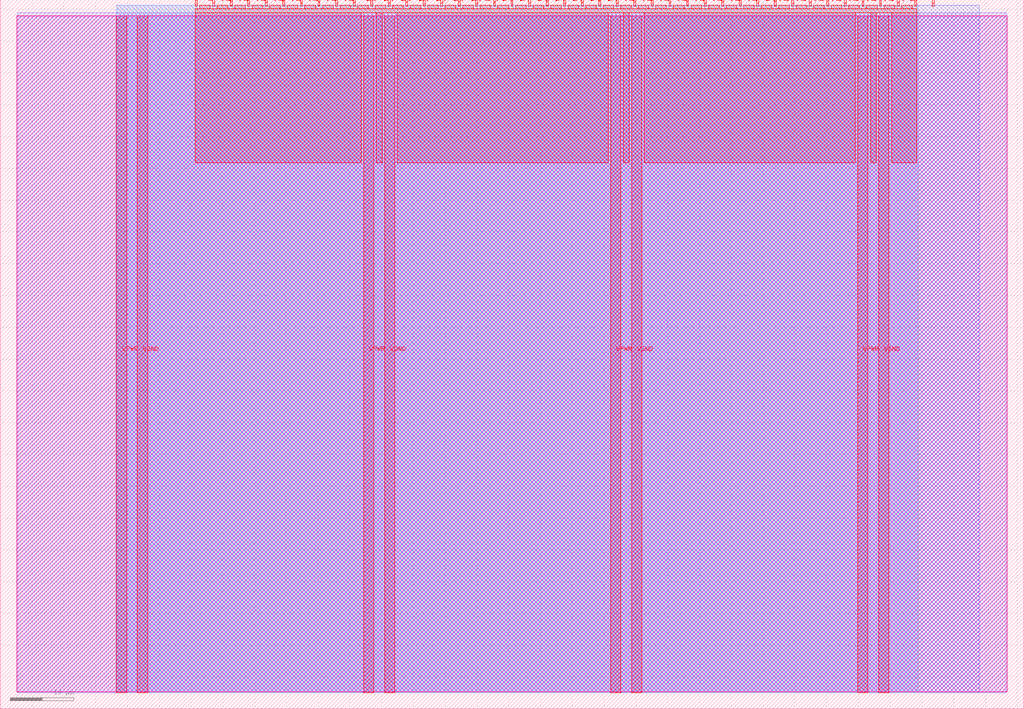
<source format=lef>
VERSION 5.7 ;
  NOWIREEXTENSIONATPIN ON ;
  DIVIDERCHAR "/" ;
  BUSBITCHARS "[]" ;
MACRO tt_um_wokwi_447051835034957825
  CLASS BLOCK ;
  FOREIGN tt_um_wokwi_447051835034957825 ;
  ORIGIN 0.000 0.000 ;
  SIZE 161.000 BY 111.520 ;
  PIN VGND
    DIRECTION INOUT ;
    USE GROUND ;
    PORT
      LAYER met4 ;
        RECT 21.580 2.480 23.180 109.040 ;
    END
    PORT
      LAYER met4 ;
        RECT 60.450 2.480 62.050 109.040 ;
    END
    PORT
      LAYER met4 ;
        RECT 99.320 2.480 100.920 109.040 ;
    END
    PORT
      LAYER met4 ;
        RECT 138.190 2.480 139.790 109.040 ;
    END
  END VGND
  PIN VPWR
    DIRECTION INOUT ;
    USE POWER ;
    PORT
      LAYER met4 ;
        RECT 18.280 2.480 19.880 109.040 ;
    END
    PORT
      LAYER met4 ;
        RECT 57.150 2.480 58.750 109.040 ;
    END
    PORT
      LAYER met4 ;
        RECT 96.020 2.480 97.620 109.040 ;
    END
    PORT
      LAYER met4 ;
        RECT 134.890 2.480 136.490 109.040 ;
    END
  END VPWR
  PIN clk
    DIRECTION INPUT ;
    USE SIGNAL ;
    ANTENNAGATEAREA 0.852000 ;
    PORT
      LAYER met4 ;
        RECT 143.830 110.520 144.130 111.520 ;
    END
  END clk
  PIN ena
    DIRECTION INPUT ;
    USE SIGNAL ;
    PORT
      LAYER met4 ;
        RECT 146.590 110.520 146.890 111.520 ;
    END
  END ena
  PIN rst_n
    DIRECTION INPUT ;
    USE SIGNAL ;
    ANTENNAGATEAREA 0.196500 ;
    PORT
      LAYER met4 ;
        RECT 141.070 110.520 141.370 111.520 ;
    END
  END rst_n
  PIN ui_in[0]
    DIRECTION INPUT ;
    USE SIGNAL ;
    ANTENNAGATEAREA 0.196500 ;
    PORT
      LAYER met4 ;
        RECT 138.310 110.520 138.610 111.520 ;
    END
  END ui_in[0]
  PIN ui_in[1]
    DIRECTION INPUT ;
    USE SIGNAL ;
    ANTENNAGATEAREA 0.196500 ;
    PORT
      LAYER met4 ;
        RECT 135.550 110.520 135.850 111.520 ;
    END
  END ui_in[1]
  PIN ui_in[2]
    DIRECTION INPUT ;
    USE SIGNAL ;
    ANTENNAGATEAREA 0.196500 ;
    PORT
      LAYER met4 ;
        RECT 132.790 110.520 133.090 111.520 ;
    END
  END ui_in[2]
  PIN ui_in[3]
    DIRECTION INPUT ;
    USE SIGNAL ;
    ANTENNAGATEAREA 0.196500 ;
    PORT
      LAYER met4 ;
        RECT 130.030 110.520 130.330 111.520 ;
    END
  END ui_in[3]
  PIN ui_in[4]
    DIRECTION INPUT ;
    USE SIGNAL ;
    ANTENNAGATEAREA 0.196500 ;
    PORT
      LAYER met4 ;
        RECT 127.270 110.520 127.570 111.520 ;
    END
  END ui_in[4]
  PIN ui_in[5]
    DIRECTION INPUT ;
    USE SIGNAL ;
    ANTENNAGATEAREA 0.196500 ;
    PORT
      LAYER met4 ;
        RECT 124.510 110.520 124.810 111.520 ;
    END
  END ui_in[5]
  PIN ui_in[6]
    DIRECTION INPUT ;
    USE SIGNAL ;
    ANTENNAGATEAREA 0.196500 ;
    PORT
      LAYER met4 ;
        RECT 121.750 110.520 122.050 111.520 ;
    END
  END ui_in[6]
  PIN ui_in[7]
    DIRECTION INPUT ;
    USE SIGNAL ;
    ANTENNAGATEAREA 0.196500 ;
    PORT
      LAYER met4 ;
        RECT 118.990 110.520 119.290 111.520 ;
    END
  END ui_in[7]
  PIN uio_in[0]
    DIRECTION INPUT ;
    USE SIGNAL ;
    PORT
      LAYER met4 ;
        RECT 116.230 110.520 116.530 111.520 ;
    END
  END uio_in[0]
  PIN uio_in[1]
    DIRECTION INPUT ;
    USE SIGNAL ;
    PORT
      LAYER met4 ;
        RECT 113.470 110.520 113.770 111.520 ;
    END
  END uio_in[1]
  PIN uio_in[2]
    DIRECTION INPUT ;
    USE SIGNAL ;
    PORT
      LAYER met4 ;
        RECT 110.710 110.520 111.010 111.520 ;
    END
  END uio_in[2]
  PIN uio_in[3]
    DIRECTION INPUT ;
    USE SIGNAL ;
    ANTENNAGATEAREA 0.196500 ;
    PORT
      LAYER met4 ;
        RECT 107.950 110.520 108.250 111.520 ;
    END
  END uio_in[3]
  PIN uio_in[4]
    DIRECTION INPUT ;
    USE SIGNAL ;
    ANTENNAGATEAREA 0.318000 ;
    PORT
      LAYER met4 ;
        RECT 105.190 110.520 105.490 111.520 ;
    END
  END uio_in[4]
  PIN uio_in[5]
    DIRECTION INPUT ;
    USE SIGNAL ;
    ANTENNAGATEAREA 0.318000 ;
    PORT
      LAYER met4 ;
        RECT 102.430 110.520 102.730 111.520 ;
    END
  END uio_in[5]
  PIN uio_in[6]
    DIRECTION INPUT ;
    USE SIGNAL ;
    ANTENNAGATEAREA 0.318000 ;
    PORT
      LAYER met4 ;
        RECT 99.670 110.520 99.970 111.520 ;
    END
  END uio_in[6]
  PIN uio_in[7]
    DIRECTION INPUT ;
    USE SIGNAL ;
    ANTENNAGATEAREA 0.318000 ;
    PORT
      LAYER met4 ;
        RECT 96.910 110.520 97.210 111.520 ;
    END
  END uio_in[7]
  PIN uio_oe[0]
    DIRECTION OUTPUT ;
    USE SIGNAL ;
    PORT
      LAYER met4 ;
        RECT 49.990 110.520 50.290 111.520 ;
    END
  END uio_oe[0]
  PIN uio_oe[1]
    DIRECTION OUTPUT ;
    USE SIGNAL ;
    PORT
      LAYER met4 ;
        RECT 47.230 110.520 47.530 111.520 ;
    END
  END uio_oe[1]
  PIN uio_oe[2]
    DIRECTION OUTPUT ;
    USE SIGNAL ;
    PORT
      LAYER met4 ;
        RECT 44.470 110.520 44.770 111.520 ;
    END
  END uio_oe[2]
  PIN uio_oe[3]
    DIRECTION OUTPUT ;
    USE SIGNAL ;
    PORT
      LAYER met4 ;
        RECT 41.710 110.520 42.010 111.520 ;
    END
  END uio_oe[3]
  PIN uio_oe[4]
    DIRECTION OUTPUT ;
    USE SIGNAL ;
    ANTENNADIFFAREA 0.445500 ;
    PORT
      LAYER met4 ;
        RECT 38.950 110.520 39.250 111.520 ;
    END
  END uio_oe[4]
  PIN uio_oe[5]
    DIRECTION OUTPUT ;
    USE SIGNAL ;
    ANTENNADIFFAREA 0.445500 ;
    PORT
      LAYER met4 ;
        RECT 36.190 110.520 36.490 111.520 ;
    END
  END uio_oe[5]
  PIN uio_oe[6]
    DIRECTION OUTPUT ;
    USE SIGNAL ;
    ANTENNADIFFAREA 0.445500 ;
    PORT
      LAYER met4 ;
        RECT 33.430 110.520 33.730 111.520 ;
    END
  END uio_oe[6]
  PIN uio_oe[7]
    DIRECTION OUTPUT ;
    USE SIGNAL ;
    ANTENNADIFFAREA 0.445500 ;
    PORT
      LAYER met4 ;
        RECT 30.670 110.520 30.970 111.520 ;
    END
  END uio_oe[7]
  PIN uio_out[0]
    DIRECTION OUTPUT ;
    USE SIGNAL ;
    ANTENNADIFFAREA 0.445500 ;
    PORT
      LAYER met4 ;
        RECT 72.070 110.520 72.370 111.520 ;
    END
  END uio_out[0]
  PIN uio_out[1]
    DIRECTION OUTPUT ;
    USE SIGNAL ;
    ANTENNADIFFAREA 0.445500 ;
    PORT
      LAYER met4 ;
        RECT 69.310 110.520 69.610 111.520 ;
    END
  END uio_out[1]
  PIN uio_out[2]
    DIRECTION OUTPUT ;
    USE SIGNAL ;
    ANTENNADIFFAREA 0.445500 ;
    PORT
      LAYER met4 ;
        RECT 66.550 110.520 66.850 111.520 ;
    END
  END uio_out[2]
  PIN uio_out[3]
    DIRECTION OUTPUT ;
    USE SIGNAL ;
    PORT
      LAYER met4 ;
        RECT 63.790 110.520 64.090 111.520 ;
    END
  END uio_out[3]
  PIN uio_out[4]
    DIRECTION OUTPUT ;
    USE SIGNAL ;
    ANTENNADIFFAREA 0.445500 ;
    PORT
      LAYER met4 ;
        RECT 61.030 110.520 61.330 111.520 ;
    END
  END uio_out[4]
  PIN uio_out[5]
    DIRECTION OUTPUT ;
    USE SIGNAL ;
    ANTENNADIFFAREA 0.445500 ;
    PORT
      LAYER met4 ;
        RECT 58.270 110.520 58.570 111.520 ;
    END
  END uio_out[5]
  PIN uio_out[6]
    DIRECTION OUTPUT ;
    USE SIGNAL ;
    ANTENNADIFFAREA 0.445500 ;
    PORT
      LAYER met4 ;
        RECT 55.510 110.520 55.810 111.520 ;
    END
  END uio_out[6]
  PIN uio_out[7]
    DIRECTION OUTPUT ;
    USE SIGNAL ;
    ANTENNADIFFAREA 0.445500 ;
    PORT
      LAYER met4 ;
        RECT 52.750 110.520 53.050 111.520 ;
    END
  END uio_out[7]
  PIN uo_out[0]
    DIRECTION OUTPUT ;
    USE SIGNAL ;
    ANTENNADIFFAREA 0.445500 ;
    PORT
      LAYER met4 ;
        RECT 94.150 110.520 94.450 111.520 ;
    END
  END uo_out[0]
  PIN uo_out[1]
    DIRECTION OUTPUT ;
    USE SIGNAL ;
    ANTENNADIFFAREA 0.445500 ;
    PORT
      LAYER met4 ;
        RECT 91.390 110.520 91.690 111.520 ;
    END
  END uo_out[1]
  PIN uo_out[2]
    DIRECTION OUTPUT ;
    USE SIGNAL ;
    ANTENNADIFFAREA 0.445500 ;
    PORT
      LAYER met4 ;
        RECT 88.630 110.520 88.930 111.520 ;
    END
  END uo_out[2]
  PIN uo_out[3]
    DIRECTION OUTPUT ;
    USE SIGNAL ;
    ANTENNADIFFAREA 0.445500 ;
    PORT
      LAYER met4 ;
        RECT 85.870 110.520 86.170 111.520 ;
    END
  END uo_out[3]
  PIN uo_out[4]
    DIRECTION OUTPUT ;
    USE SIGNAL ;
    ANTENNADIFFAREA 0.445500 ;
    PORT
      LAYER met4 ;
        RECT 83.110 110.520 83.410 111.520 ;
    END
  END uo_out[4]
  PIN uo_out[5]
    DIRECTION OUTPUT ;
    USE SIGNAL ;
    ANTENNADIFFAREA 0.445500 ;
    PORT
      LAYER met4 ;
        RECT 80.350 110.520 80.650 111.520 ;
    END
  END uo_out[5]
  PIN uo_out[6]
    DIRECTION OUTPUT ;
    USE SIGNAL ;
    ANTENNADIFFAREA 0.445500 ;
    PORT
      LAYER met4 ;
        RECT 77.590 110.520 77.890 111.520 ;
    END
  END uo_out[6]
  PIN uo_out[7]
    DIRECTION OUTPUT ;
    USE SIGNAL ;
    ANTENNADIFFAREA 0.445500 ;
    PORT
      LAYER met4 ;
        RECT 74.830 110.520 75.130 111.520 ;
    END
  END uo_out[7]
  OBS
      LAYER nwell ;
        RECT 2.570 2.635 158.430 108.990 ;
      LAYER li1 ;
        RECT 2.760 2.635 158.240 108.885 ;
      LAYER met1 ;
        RECT 2.760 2.480 158.240 109.440 ;
      LAYER met2 ;
        RECT 18.310 2.535 154.000 110.685 ;
      LAYER met3 ;
        RECT 18.290 2.555 144.370 110.665 ;
      LAYER met4 ;
        RECT 31.370 110.120 33.030 110.665 ;
        RECT 34.130 110.120 35.790 110.665 ;
        RECT 36.890 110.120 38.550 110.665 ;
        RECT 39.650 110.120 41.310 110.665 ;
        RECT 42.410 110.120 44.070 110.665 ;
        RECT 45.170 110.120 46.830 110.665 ;
        RECT 47.930 110.120 49.590 110.665 ;
        RECT 50.690 110.120 52.350 110.665 ;
        RECT 53.450 110.120 55.110 110.665 ;
        RECT 56.210 110.120 57.870 110.665 ;
        RECT 58.970 110.120 60.630 110.665 ;
        RECT 61.730 110.120 63.390 110.665 ;
        RECT 64.490 110.120 66.150 110.665 ;
        RECT 67.250 110.120 68.910 110.665 ;
        RECT 70.010 110.120 71.670 110.665 ;
        RECT 72.770 110.120 74.430 110.665 ;
        RECT 75.530 110.120 77.190 110.665 ;
        RECT 78.290 110.120 79.950 110.665 ;
        RECT 81.050 110.120 82.710 110.665 ;
        RECT 83.810 110.120 85.470 110.665 ;
        RECT 86.570 110.120 88.230 110.665 ;
        RECT 89.330 110.120 90.990 110.665 ;
        RECT 92.090 110.120 93.750 110.665 ;
        RECT 94.850 110.120 96.510 110.665 ;
        RECT 97.610 110.120 99.270 110.665 ;
        RECT 100.370 110.120 102.030 110.665 ;
        RECT 103.130 110.120 104.790 110.665 ;
        RECT 105.890 110.120 107.550 110.665 ;
        RECT 108.650 110.120 110.310 110.665 ;
        RECT 111.410 110.120 113.070 110.665 ;
        RECT 114.170 110.120 115.830 110.665 ;
        RECT 116.930 110.120 118.590 110.665 ;
        RECT 119.690 110.120 121.350 110.665 ;
        RECT 122.450 110.120 124.110 110.665 ;
        RECT 125.210 110.120 126.870 110.665 ;
        RECT 127.970 110.120 129.630 110.665 ;
        RECT 130.730 110.120 132.390 110.665 ;
        RECT 133.490 110.120 135.150 110.665 ;
        RECT 136.250 110.120 137.910 110.665 ;
        RECT 139.010 110.120 140.670 110.665 ;
        RECT 141.770 110.120 143.430 110.665 ;
        RECT 30.655 109.440 144.145 110.120 ;
        RECT 30.655 85.855 56.750 109.440 ;
        RECT 59.150 85.855 60.050 109.440 ;
        RECT 62.450 85.855 95.620 109.440 ;
        RECT 98.020 85.855 98.920 109.440 ;
        RECT 101.320 85.855 134.490 109.440 ;
        RECT 136.890 85.855 137.790 109.440 ;
        RECT 140.190 85.855 144.145 109.440 ;
  END
END tt_um_wokwi_447051835034957825
END LIBRARY


</source>
